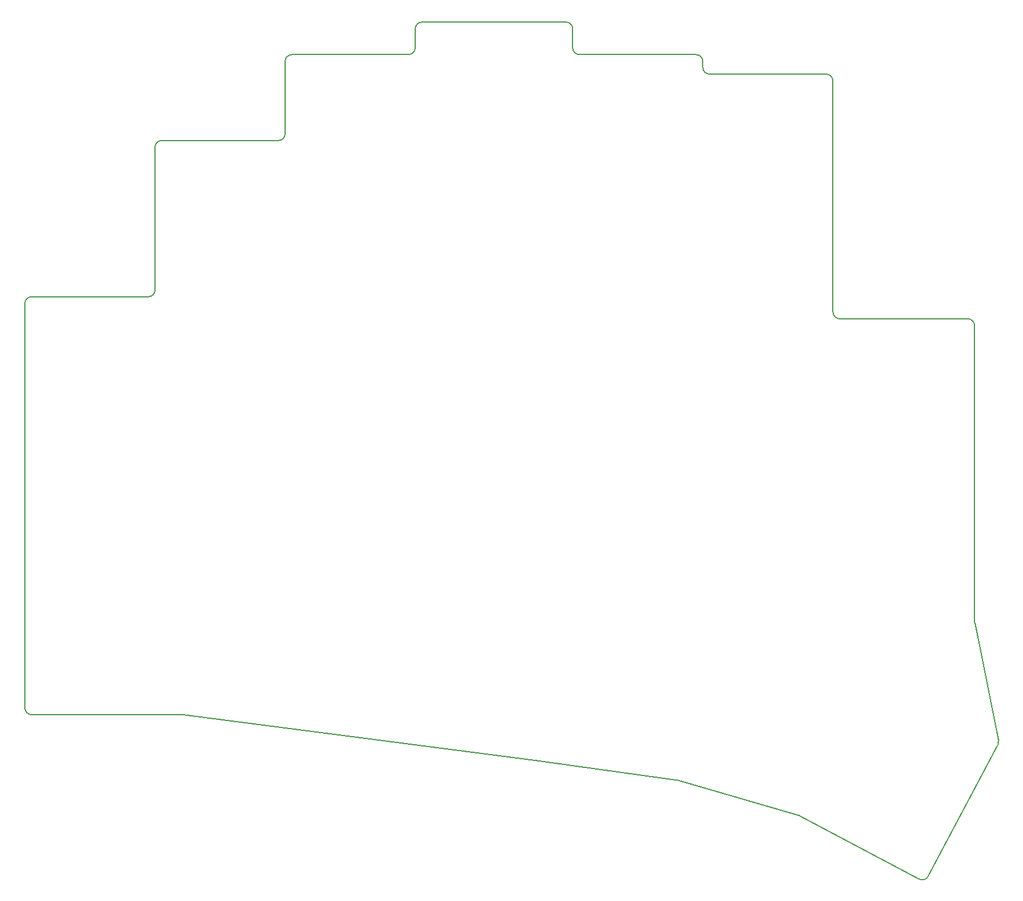
<source format=gbr>
%TF.GenerationSoftware,KiCad,Pcbnew,8.0.0*%
%TF.CreationDate,2024-03-07T20:20:43+01:00*%
%TF.ProjectId,splitty_boy_routed,73706c69-7474-4795-9f62-6f795f726f75,v1.0.0*%
%TF.SameCoordinates,Original*%
%TF.FileFunction,Profile,NP*%
%FSLAX46Y46*%
G04 Gerber Fmt 4.6, Leading zero omitted, Abs format (unit mm)*
G04 Created by KiCad (PCBNEW 8.0.0) date 2024-03-07 20:20:43*
%MOMM*%
%LPD*%
G01*
G04 APERTURE LIST*
%TA.AperFunction,Profile*%
%ADD10C,0.150000*%
%TD*%
G04 APERTURE END LIST*
D10*
X138379947Y-175409698D02*
X160365695Y-175409696D01*
X137379955Y-174409696D02*
X137379947Y-115259701D01*
X155429946Y-114259693D02*
X138379945Y-114259690D01*
X156429945Y-113259703D02*
X156429944Y-92399702D01*
X174479950Y-91399698D02*
X157429951Y-91399698D01*
X193529948Y-78826696D02*
X176479947Y-78826701D01*
X175479949Y-79826696D02*
X175479954Y-90399706D01*
X217579947Y-77826697D02*
X217579950Y-75064208D01*
X216579950Y-74064199D02*
X195529950Y-74064200D01*
X194529954Y-75064200D02*
X194529949Y-77826704D01*
X236629945Y-80684198D02*
X236629955Y-79826705D01*
X235629950Y-78826693D02*
X218579950Y-78826701D01*
X255679954Y-116479197D02*
X255679948Y-82684198D01*
X254679945Y-81684195D02*
X237629947Y-81684196D01*
X212093726Y-182076348D02*
X232725543Y-184975975D01*
X232862009Y-185004972D02*
X250669292Y-190111128D01*
X250863124Y-190189445D02*
X268287825Y-199454318D01*
X269640236Y-199040848D02*
X279823976Y-179888007D01*
X256679951Y-117479197D02*
X275424947Y-117479202D01*
X276424948Y-118479200D02*
X276424949Y-161784373D01*
X276444679Y-161982064D02*
X279921294Y-179220843D01*
X212082529Y-182074844D02*
X160493670Y-175417920D01*
X160365695Y-175409696D02*
G75*
G02*
X160493670Y-175417919I0J-1000007D01*
G01*
X212082529Y-182074844D02*
G75*
G02*
X212093725Y-182076353I-127972J-991776D01*
G01*
X232725543Y-184975976D02*
G75*
G02*
X232862006Y-185004981I-139170J-990265D01*
G01*
X250669292Y-190111129D02*
G75*
G02*
X250863126Y-190189442I-275636J-961264D01*
G01*
X269640235Y-199040848D02*
G75*
G02*
X268287824Y-199454321I-882944J469476D01*
G01*
X279921295Y-179220842D02*
G75*
G02*
X279823977Y-179888007I-980259J-197692D01*
G01*
X276444679Y-161982064D02*
G75*
G02*
X276424941Y-161784373I980268J197704D01*
G01*
X275424947Y-117479202D02*
G75*
G02*
X276424948Y-118479200I4J-999997D01*
G01*
X256679951Y-117479197D02*
G75*
G02*
X255679960Y-116479197I-1J999990D01*
G01*
X254679945Y-81684195D02*
G75*
G02*
X255679953Y-82684198I-2J-1000010D01*
G01*
X237629947Y-81684196D02*
G75*
G02*
X236629961Y-80684198I6J999992D01*
G01*
X235629950Y-78826693D02*
G75*
G02*
X236629956Y-79826705I3J-1000003D01*
G01*
X218579950Y-78826701D02*
G75*
G02*
X217579943Y-77826697I-4J1000003D01*
G01*
X216579950Y-74064199D02*
G75*
G02*
X217579944Y-75064208I-5J-999999D01*
G01*
X194529954Y-75064200D02*
G75*
G02*
X195529950Y-74064212I999990J-2D01*
G01*
X194529949Y-77826704D02*
G75*
G02*
X193529948Y-78826698I-1000000J6D01*
G01*
X175479949Y-79826696D02*
G75*
G02*
X176479947Y-78826703I999997J-4D01*
G01*
X175479954Y-90399706D02*
G75*
G02*
X174479950Y-91399707I-1000012J11D01*
G01*
X156429944Y-92399702D02*
G75*
G02*
X157429951Y-91399698I1000004J0D01*
G01*
X156429945Y-113259703D02*
G75*
G02*
X155429946Y-114259685I-999994J12D01*
G01*
X137379947Y-115259701D02*
G75*
G02*
X138379945Y-114259694I1000005J2D01*
G01*
X138379947Y-175409698D02*
G75*
G02*
X137379956Y-174409696I1J999992D01*
G01*
M02*

</source>
